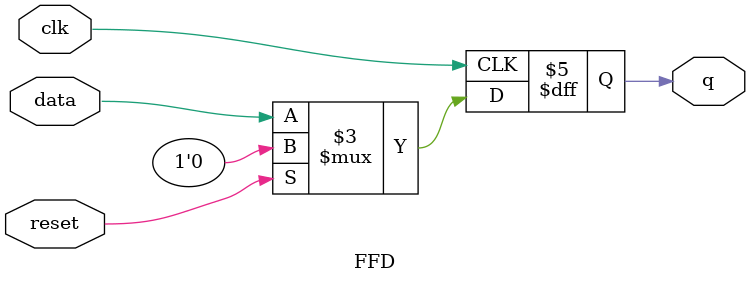
<source format=v>
`timescale 1ns / 1ps
module diezns(
		input clock,
		input reset,
		input BTNd,
		output BTN

      );

FFD DF1(BTNd,clock,reset,BTN1);
not(BTN1n,BTN1);
FFD DF2(BTN1n,clock,reset,BTN2);
and(BTN,BTN1,BTN2,~reset);


endmodule

module FFD (
data   , // Data Input
clk    , // Clock Input
reset  , // Reset input
q        // Q output
);
//-----------Input Ports---------------
input data, clk, reset ;

//-----------Output Ports---------------
output q;

//------------Internal Variables--------
reg q;

//-------------Code Starts Here---------
always @ ( posedge clk)
if (reset) begin
  q <= 1'b0;
end  else begin
  q <= data;
end

endmodule //End Of Module dff_sync_reset

</source>
